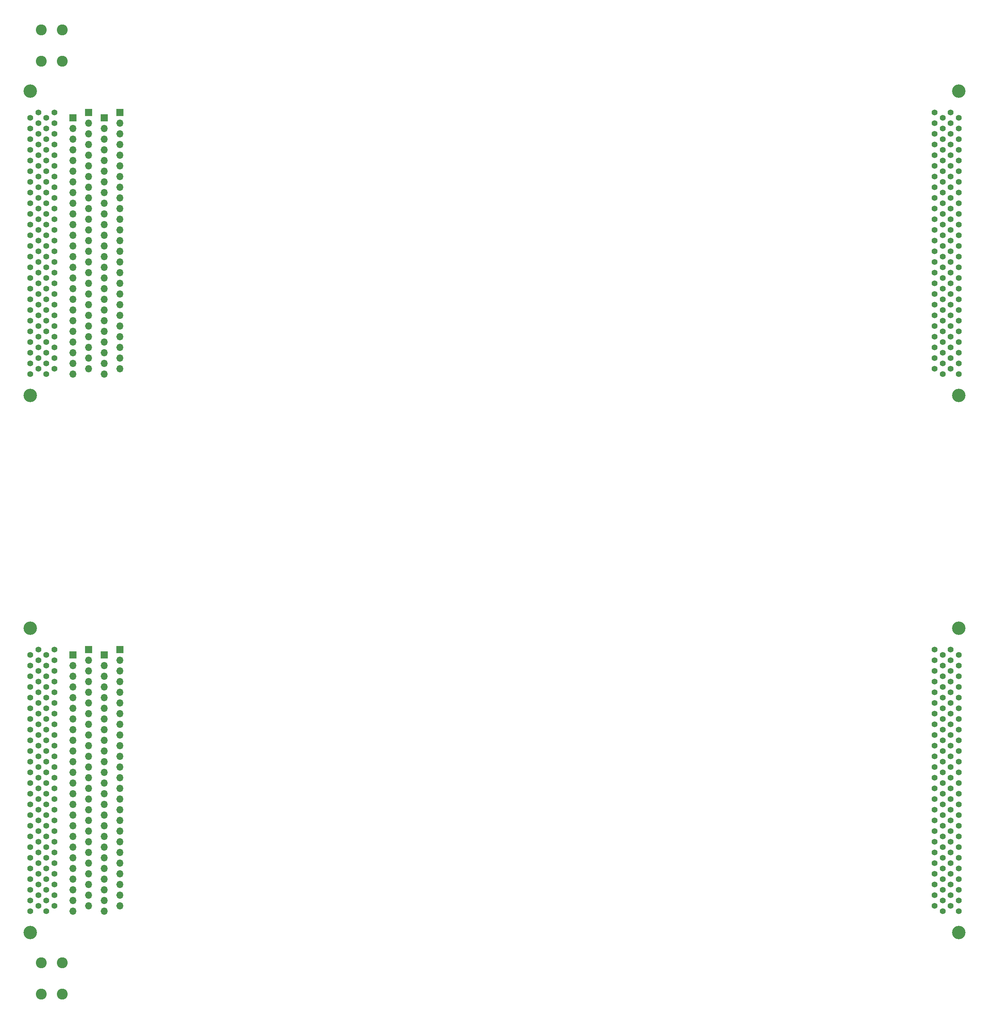
<source format=gbr>
%TF.GenerationSoftware,KiCad,Pcbnew,5.1.12-84ad8e8a86~92~ubuntu20.04.1*%
%TF.CreationDate,2022-06-08T18:54:33+02:00*%
%TF.ProjectId,bvm-a-card-breakout,62766d2d-612d-4636-9172-642d62726561,rev?*%
%TF.SameCoordinates,Original*%
%TF.FileFunction,Soldermask,Bot*%
%TF.FilePolarity,Negative*%
%FSLAX46Y46*%
G04 Gerber Fmt 4.6, Leading zero omitted, Abs format (unit mm)*
G04 Created by KiCad (PCBNEW 5.1.12-84ad8e8a86~92~ubuntu20.04.1) date 2022-06-08 18:54:33*
%MOMM*%
%LPD*%
G01*
G04 APERTURE LIST*
%ADD10C,3.200000*%
%ADD11C,1.400000*%
%ADD12O,1.700000X1.700000*%
%ADD13R,1.700000X1.700000*%
%ADD14C,2.600000*%
G04 APERTURE END LIST*
D10*
%TO.C,J1*%
X124648840Y-162687000D03*
X124648840Y-90297000D03*
D11*
X124648840Y-96647000D03*
X124648840Y-99187000D03*
X124648840Y-101727000D03*
X124648840Y-104267000D03*
X124648840Y-106807000D03*
X124648840Y-109347000D03*
X124648840Y-111887000D03*
X124648840Y-114427000D03*
X124648840Y-116967000D03*
X124648840Y-119507000D03*
X124648840Y-122047000D03*
X124648840Y-124587000D03*
X124648840Y-127127000D03*
X124648840Y-129667000D03*
X124648840Y-132207000D03*
X124648840Y-134747000D03*
X124648840Y-137287000D03*
X124648840Y-139827000D03*
X124648840Y-142367000D03*
X124648840Y-144907000D03*
X124648840Y-147447000D03*
X124648840Y-149987000D03*
X124648840Y-152527000D03*
X124648840Y-155067000D03*
X124648840Y-157607000D03*
X130363840Y-95377000D03*
X130363840Y-97917000D03*
X130363840Y-100457000D03*
X130363840Y-102997000D03*
X130363840Y-105537000D03*
X130363840Y-108077000D03*
X130363840Y-110617000D03*
X130363840Y-113157000D03*
X130363840Y-115697000D03*
X130363840Y-118237000D03*
X130363840Y-120777000D03*
X130363840Y-123317000D03*
X130363840Y-125857000D03*
X130363840Y-128397000D03*
X130363840Y-130937000D03*
X130363840Y-133477000D03*
X130363840Y-136017000D03*
X130363840Y-138557000D03*
X130363840Y-141097000D03*
X130363840Y-143637000D03*
X130363840Y-146177000D03*
X130363840Y-148717000D03*
X130363840Y-151257000D03*
X130363840Y-153797000D03*
X130363840Y-156337000D03*
X128458840Y-96647000D03*
X128458840Y-99187000D03*
X128458840Y-101727000D03*
X128458840Y-104267000D03*
X128458840Y-106807000D03*
X128458840Y-109347000D03*
X128458840Y-111887000D03*
X128458840Y-114427000D03*
X128458840Y-116967000D03*
X128458840Y-119507000D03*
X128458840Y-122047000D03*
X128458840Y-124587000D03*
X128458840Y-127127000D03*
X128458840Y-129667000D03*
X128458840Y-132207000D03*
X128458840Y-134747000D03*
X128458840Y-137287000D03*
X128458840Y-139827000D03*
X128458840Y-142367000D03*
X128458840Y-144907000D03*
X128458840Y-147447000D03*
X128458840Y-149987000D03*
X128458840Y-152527000D03*
X128458840Y-155067000D03*
X128458840Y-157607000D03*
X126553840Y-95377000D03*
X126553840Y-97917000D03*
X126553840Y-100457000D03*
X126553840Y-102997000D03*
X126553840Y-105537000D03*
X126553840Y-108077000D03*
X126553840Y-110617000D03*
X126553840Y-113157000D03*
X126553840Y-115697000D03*
X126553840Y-118237000D03*
X126553840Y-120777000D03*
X126553840Y-123317000D03*
X126553840Y-125857000D03*
X126553840Y-128397000D03*
X126553840Y-130937000D03*
X126553840Y-133477000D03*
X126553840Y-136017000D03*
X126553840Y-138557000D03*
X126553840Y-141097000D03*
X126553840Y-143637000D03*
X126553840Y-146177000D03*
X126553840Y-148717000D03*
X126553840Y-151257000D03*
X126553840Y-153797000D03*
X126553840Y-156337000D03*
%TD*%
%TO.C,J11*%
X126552960Y-284129480D03*
X126552960Y-281589480D03*
X126552960Y-279049480D03*
X126552960Y-276509480D03*
X126552960Y-273969480D03*
X126552960Y-271429480D03*
X126552960Y-268889480D03*
X126552960Y-266349480D03*
X126552960Y-263809480D03*
X126552960Y-261269480D03*
X126552960Y-258729480D03*
X126552960Y-256189480D03*
X126552960Y-253649480D03*
X126552960Y-251109480D03*
X126552960Y-248569480D03*
X126552960Y-246029480D03*
X126552960Y-243489480D03*
X126552960Y-240949480D03*
X126552960Y-238409480D03*
X126552960Y-235869480D03*
X126552960Y-233329480D03*
X126552960Y-230789480D03*
X126552960Y-228249480D03*
X126552960Y-225709480D03*
X126552960Y-223169480D03*
X128457960Y-285399480D03*
X128457960Y-282859480D03*
X128457960Y-280319480D03*
X128457960Y-277779480D03*
X128457960Y-275239480D03*
X128457960Y-272699480D03*
X128457960Y-270159480D03*
X128457960Y-267619480D03*
X128457960Y-265079480D03*
X128457960Y-262539480D03*
X128457960Y-259999480D03*
X128457960Y-257459480D03*
X128457960Y-254919480D03*
X128457960Y-252379480D03*
X128457960Y-249839480D03*
X128457960Y-247299480D03*
X128457960Y-244759480D03*
X128457960Y-242219480D03*
X128457960Y-239679480D03*
X128457960Y-237139480D03*
X128457960Y-234599480D03*
X128457960Y-232059480D03*
X128457960Y-229519480D03*
X128457960Y-226979480D03*
X128457960Y-224439480D03*
X130362960Y-284129480D03*
X130362960Y-281589480D03*
X130362960Y-279049480D03*
X130362960Y-276509480D03*
X130362960Y-273969480D03*
X130362960Y-271429480D03*
X130362960Y-268889480D03*
X130362960Y-266349480D03*
X130362960Y-263809480D03*
X130362960Y-261269480D03*
X130362960Y-258729480D03*
X130362960Y-256189480D03*
X130362960Y-253649480D03*
X130362960Y-251109480D03*
X130362960Y-248569480D03*
X130362960Y-246029480D03*
X130362960Y-243489480D03*
X130362960Y-240949480D03*
X130362960Y-238409480D03*
X130362960Y-235869480D03*
X130362960Y-233329480D03*
X130362960Y-230789480D03*
X130362960Y-228249480D03*
X130362960Y-225709480D03*
X130362960Y-223169480D03*
X124647960Y-285399480D03*
X124647960Y-282859480D03*
X124647960Y-280319480D03*
X124647960Y-277779480D03*
X124647960Y-275239480D03*
X124647960Y-272699480D03*
X124647960Y-270159480D03*
X124647960Y-267619480D03*
X124647960Y-265079480D03*
X124647960Y-262539480D03*
X124647960Y-259999480D03*
X124647960Y-257459480D03*
X124647960Y-254919480D03*
X124647960Y-252379480D03*
X124647960Y-249839480D03*
X124647960Y-247299480D03*
X124647960Y-244759480D03*
X124647960Y-242219480D03*
X124647960Y-239679480D03*
X124647960Y-237139480D03*
X124647960Y-234599480D03*
X124647960Y-232059480D03*
X124647960Y-229519480D03*
X124647960Y-226979480D03*
X124647960Y-224439480D03*
D10*
X124647960Y-218089480D03*
X124647960Y-290479480D03*
%TD*%
%TO.C,J2*%
X345588240Y-162683560D03*
X345588240Y-90293560D03*
D11*
X345588240Y-96643560D03*
X345588240Y-99183560D03*
X345588240Y-101723560D03*
X345588240Y-104263560D03*
X345588240Y-106803560D03*
X345588240Y-109343560D03*
X345588240Y-111883560D03*
X345588240Y-114423560D03*
X345588240Y-116963560D03*
X345588240Y-119503560D03*
X345588240Y-122043560D03*
X345588240Y-124583560D03*
X345588240Y-127123560D03*
X345588240Y-129663560D03*
X345588240Y-132203560D03*
X345588240Y-134743560D03*
X345588240Y-137283560D03*
X345588240Y-139823560D03*
X345588240Y-142363560D03*
X345588240Y-144903560D03*
X345588240Y-147443560D03*
X345588240Y-149983560D03*
X345588240Y-152523560D03*
X345588240Y-155063560D03*
X345588240Y-157603560D03*
X339873240Y-95373560D03*
X339873240Y-97913560D03*
X339873240Y-100453560D03*
X339873240Y-102993560D03*
X339873240Y-105533560D03*
X339873240Y-108073560D03*
X339873240Y-110613560D03*
X339873240Y-113153560D03*
X339873240Y-115693560D03*
X339873240Y-118233560D03*
X339873240Y-120773560D03*
X339873240Y-123313560D03*
X339873240Y-125853560D03*
X339873240Y-128393560D03*
X339873240Y-130933560D03*
X339873240Y-133473560D03*
X339873240Y-136013560D03*
X339873240Y-138553560D03*
X339873240Y-141093560D03*
X339873240Y-143633560D03*
X339873240Y-146173560D03*
X339873240Y-148713560D03*
X339873240Y-151253560D03*
X339873240Y-153793560D03*
X339873240Y-156333560D03*
X341778240Y-96643560D03*
X341778240Y-99183560D03*
X341778240Y-101723560D03*
X341778240Y-104263560D03*
X341778240Y-106803560D03*
X341778240Y-109343560D03*
X341778240Y-111883560D03*
X341778240Y-114423560D03*
X341778240Y-116963560D03*
X341778240Y-119503560D03*
X341778240Y-122043560D03*
X341778240Y-124583560D03*
X341778240Y-127123560D03*
X341778240Y-129663560D03*
X341778240Y-132203560D03*
X341778240Y-134743560D03*
X341778240Y-137283560D03*
X341778240Y-139823560D03*
X341778240Y-142363560D03*
X341778240Y-144903560D03*
X341778240Y-147443560D03*
X341778240Y-149983560D03*
X341778240Y-152523560D03*
X341778240Y-155063560D03*
X341778240Y-157603560D03*
X343683240Y-95373560D03*
X343683240Y-97913560D03*
X343683240Y-100453560D03*
X343683240Y-102993560D03*
X343683240Y-105533560D03*
X343683240Y-108073560D03*
X343683240Y-110613560D03*
X343683240Y-113153560D03*
X343683240Y-115693560D03*
X343683240Y-118233560D03*
X343683240Y-120773560D03*
X343683240Y-123313560D03*
X343683240Y-125853560D03*
X343683240Y-128393560D03*
X343683240Y-130933560D03*
X343683240Y-133473560D03*
X343683240Y-136013560D03*
X343683240Y-138553560D03*
X343683240Y-141093560D03*
X343683240Y-143633560D03*
X343683240Y-146173560D03*
X343683240Y-148713560D03*
X343683240Y-151253560D03*
X343683240Y-153793560D03*
X343683240Y-156333560D03*
%TD*%
D10*
%TO.C,J12*%
X345587320Y-290474400D03*
X345587320Y-218084400D03*
D11*
X345587320Y-224434400D03*
X345587320Y-226974400D03*
X345587320Y-229514400D03*
X345587320Y-232054400D03*
X345587320Y-234594400D03*
X345587320Y-237134400D03*
X345587320Y-239674400D03*
X345587320Y-242214400D03*
X345587320Y-244754400D03*
X345587320Y-247294400D03*
X345587320Y-249834400D03*
X345587320Y-252374400D03*
X345587320Y-254914400D03*
X345587320Y-257454400D03*
X345587320Y-259994400D03*
X345587320Y-262534400D03*
X345587320Y-265074400D03*
X345587320Y-267614400D03*
X345587320Y-270154400D03*
X345587320Y-272694400D03*
X345587320Y-275234400D03*
X345587320Y-277774400D03*
X345587320Y-280314400D03*
X345587320Y-282854400D03*
X345587320Y-285394400D03*
X339872320Y-223164400D03*
X339872320Y-225704400D03*
X339872320Y-228244400D03*
X339872320Y-230784400D03*
X339872320Y-233324400D03*
X339872320Y-235864400D03*
X339872320Y-238404400D03*
X339872320Y-240944400D03*
X339872320Y-243484400D03*
X339872320Y-246024400D03*
X339872320Y-248564400D03*
X339872320Y-251104400D03*
X339872320Y-253644400D03*
X339872320Y-256184400D03*
X339872320Y-258724400D03*
X339872320Y-261264400D03*
X339872320Y-263804400D03*
X339872320Y-266344400D03*
X339872320Y-268884400D03*
X339872320Y-271424400D03*
X339872320Y-273964400D03*
X339872320Y-276504400D03*
X339872320Y-279044400D03*
X339872320Y-281584400D03*
X339872320Y-284124400D03*
X341777320Y-224434400D03*
X341777320Y-226974400D03*
X341777320Y-229514400D03*
X341777320Y-232054400D03*
X341777320Y-234594400D03*
X341777320Y-237134400D03*
X341777320Y-239674400D03*
X341777320Y-242214400D03*
X341777320Y-244754400D03*
X341777320Y-247294400D03*
X341777320Y-249834400D03*
X341777320Y-252374400D03*
X341777320Y-254914400D03*
X341777320Y-257454400D03*
X341777320Y-259994400D03*
X341777320Y-262534400D03*
X341777320Y-265074400D03*
X341777320Y-267614400D03*
X341777320Y-270154400D03*
X341777320Y-272694400D03*
X341777320Y-275234400D03*
X341777320Y-277774400D03*
X341777320Y-280314400D03*
X341777320Y-282854400D03*
X341777320Y-285394400D03*
X343682320Y-223164400D03*
X343682320Y-225704400D03*
X343682320Y-228244400D03*
X343682320Y-230784400D03*
X343682320Y-233324400D03*
X343682320Y-235864400D03*
X343682320Y-238404400D03*
X343682320Y-240944400D03*
X343682320Y-243484400D03*
X343682320Y-246024400D03*
X343682320Y-248564400D03*
X343682320Y-251104400D03*
X343682320Y-253644400D03*
X343682320Y-256184400D03*
X343682320Y-258724400D03*
X343682320Y-261264400D03*
X343682320Y-263804400D03*
X343682320Y-266344400D03*
X343682320Y-268884400D03*
X343682320Y-271424400D03*
X343682320Y-273964400D03*
X343682320Y-276504400D03*
X343682320Y-279044400D03*
X343682320Y-281584400D03*
X343682320Y-284124400D03*
%TD*%
D12*
%TO.C,J3*%
X138488840Y-156320860D03*
X138488840Y-153780860D03*
X138488840Y-151240860D03*
X138488840Y-148700860D03*
X138488840Y-146160860D03*
X138488840Y-143620860D03*
X138488840Y-141080860D03*
X138488840Y-138540860D03*
X138488840Y-136000860D03*
X138488840Y-133460860D03*
X138488840Y-130920860D03*
X138488840Y-128380860D03*
X138488840Y-125840860D03*
X138488840Y-123300860D03*
X138488840Y-120760860D03*
X138488840Y-118220860D03*
X138488840Y-115680860D03*
X138488840Y-113140860D03*
X138488840Y-110600860D03*
X138488840Y-108060860D03*
X138488840Y-105520860D03*
X138488840Y-102980860D03*
X138488840Y-100440860D03*
X138488840Y-97900860D03*
D13*
X138488840Y-95360860D03*
%TD*%
%TO.C,J5*%
X134763840Y-96635860D03*
D12*
X134763840Y-99175860D03*
X134763840Y-101715860D03*
X134763840Y-104255860D03*
X134763840Y-106795860D03*
X134763840Y-109335860D03*
X134763840Y-111875860D03*
X134763840Y-114415860D03*
X134763840Y-116955860D03*
X134763840Y-119495860D03*
X134763840Y-122035860D03*
X134763840Y-124575860D03*
X134763840Y-127115860D03*
X134763840Y-129655860D03*
X134763840Y-132195860D03*
X134763840Y-134735860D03*
X134763840Y-137275860D03*
X134763840Y-139815860D03*
X134763840Y-142355860D03*
X134763840Y-144895860D03*
X134763840Y-147435860D03*
X134763840Y-149975860D03*
X134763840Y-152515860D03*
X134763840Y-155055860D03*
X134763840Y-157595860D03*
%TD*%
%TO.C,J4*%
X145938840Y-156320860D03*
X145938840Y-153780860D03*
X145938840Y-151240860D03*
X145938840Y-148700860D03*
X145938840Y-146160860D03*
X145938840Y-143620860D03*
X145938840Y-141080860D03*
X145938840Y-138540860D03*
X145938840Y-136000860D03*
X145938840Y-133460860D03*
X145938840Y-130920860D03*
X145938840Y-128380860D03*
X145938840Y-125840860D03*
X145938840Y-123300860D03*
X145938840Y-120760860D03*
X145938840Y-118220860D03*
X145938840Y-115680860D03*
X145938840Y-113140860D03*
X145938840Y-110600860D03*
X145938840Y-108060860D03*
X145938840Y-105520860D03*
X145938840Y-102980860D03*
X145938840Y-100440860D03*
X145938840Y-97900860D03*
D13*
X145938840Y-95360860D03*
%TD*%
%TO.C,J6*%
X142213840Y-96635860D03*
D12*
X142213840Y-99175860D03*
X142213840Y-101715860D03*
X142213840Y-104255860D03*
X142213840Y-106795860D03*
X142213840Y-109335860D03*
X142213840Y-111875860D03*
X142213840Y-114415860D03*
X142213840Y-116955860D03*
X142213840Y-119495860D03*
X142213840Y-122035860D03*
X142213840Y-124575860D03*
X142213840Y-127115860D03*
X142213840Y-129655860D03*
X142213840Y-132195860D03*
X142213840Y-134735860D03*
X142213840Y-137275860D03*
X142213840Y-139815860D03*
X142213840Y-142355860D03*
X142213840Y-144895860D03*
X142213840Y-147435860D03*
X142213840Y-149975860D03*
X142213840Y-152515860D03*
X142213840Y-155055860D03*
X142213840Y-157595860D03*
%TD*%
D14*
%TO.C,H2*%
X127274000Y-75722360D03*
X132274000Y-75722360D03*
X132274000Y-83222360D03*
X127274000Y-83222360D03*
%TD*%
%TO.C,H1*%
X127274000Y-305122360D03*
X132274000Y-305122360D03*
X132274000Y-297622360D03*
X127274000Y-297622360D03*
%TD*%
D12*
%TO.C,J13*%
X138488840Y-284123500D03*
X138488840Y-281583500D03*
X138488840Y-279043500D03*
X138488840Y-276503500D03*
X138488840Y-273963500D03*
X138488840Y-271423500D03*
X138488840Y-268883500D03*
X138488840Y-266343500D03*
X138488840Y-263803500D03*
X138488840Y-261263500D03*
X138488840Y-258723500D03*
X138488840Y-256183500D03*
X138488840Y-253643500D03*
X138488840Y-251103500D03*
X138488840Y-248563500D03*
X138488840Y-246023500D03*
X138488840Y-243483500D03*
X138488840Y-240943500D03*
X138488840Y-238403500D03*
X138488840Y-235863500D03*
X138488840Y-233323500D03*
X138488840Y-230783500D03*
X138488840Y-228243500D03*
X138488840Y-225703500D03*
D13*
X138488840Y-223163500D03*
%TD*%
D12*
%TO.C,J14*%
X145938840Y-284123500D03*
X145938840Y-281583500D03*
X145938840Y-279043500D03*
X145938840Y-276503500D03*
X145938840Y-273963500D03*
X145938840Y-271423500D03*
X145938840Y-268883500D03*
X145938840Y-266343500D03*
X145938840Y-263803500D03*
X145938840Y-261263500D03*
X145938840Y-258723500D03*
X145938840Y-256183500D03*
X145938840Y-253643500D03*
X145938840Y-251103500D03*
X145938840Y-248563500D03*
X145938840Y-246023500D03*
X145938840Y-243483500D03*
X145938840Y-240943500D03*
X145938840Y-238403500D03*
X145938840Y-235863500D03*
X145938840Y-233323500D03*
X145938840Y-230783500D03*
X145938840Y-228243500D03*
X145938840Y-225703500D03*
D13*
X145938840Y-223163500D03*
%TD*%
%TO.C,J15*%
X134763840Y-224438500D03*
D12*
X134763840Y-226978500D03*
X134763840Y-229518500D03*
X134763840Y-232058500D03*
X134763840Y-234598500D03*
X134763840Y-237138500D03*
X134763840Y-239678500D03*
X134763840Y-242218500D03*
X134763840Y-244758500D03*
X134763840Y-247298500D03*
X134763840Y-249838500D03*
X134763840Y-252378500D03*
X134763840Y-254918500D03*
X134763840Y-257458500D03*
X134763840Y-259998500D03*
X134763840Y-262538500D03*
X134763840Y-265078500D03*
X134763840Y-267618500D03*
X134763840Y-270158500D03*
X134763840Y-272698500D03*
X134763840Y-275238500D03*
X134763840Y-277778500D03*
X134763840Y-280318500D03*
X134763840Y-282858500D03*
X134763840Y-285398500D03*
%TD*%
D13*
%TO.C,J16*%
X142213840Y-224438500D03*
D12*
X142213840Y-226978500D03*
X142213840Y-229518500D03*
X142213840Y-232058500D03*
X142213840Y-234598500D03*
X142213840Y-237138500D03*
X142213840Y-239678500D03*
X142213840Y-242218500D03*
X142213840Y-244758500D03*
X142213840Y-247298500D03*
X142213840Y-249838500D03*
X142213840Y-252378500D03*
X142213840Y-254918500D03*
X142213840Y-257458500D03*
X142213840Y-259998500D03*
X142213840Y-262538500D03*
X142213840Y-265078500D03*
X142213840Y-267618500D03*
X142213840Y-270158500D03*
X142213840Y-272698500D03*
X142213840Y-275238500D03*
X142213840Y-277778500D03*
X142213840Y-280318500D03*
X142213840Y-282858500D03*
X142213840Y-285398500D03*
%TD*%
M02*

</source>
